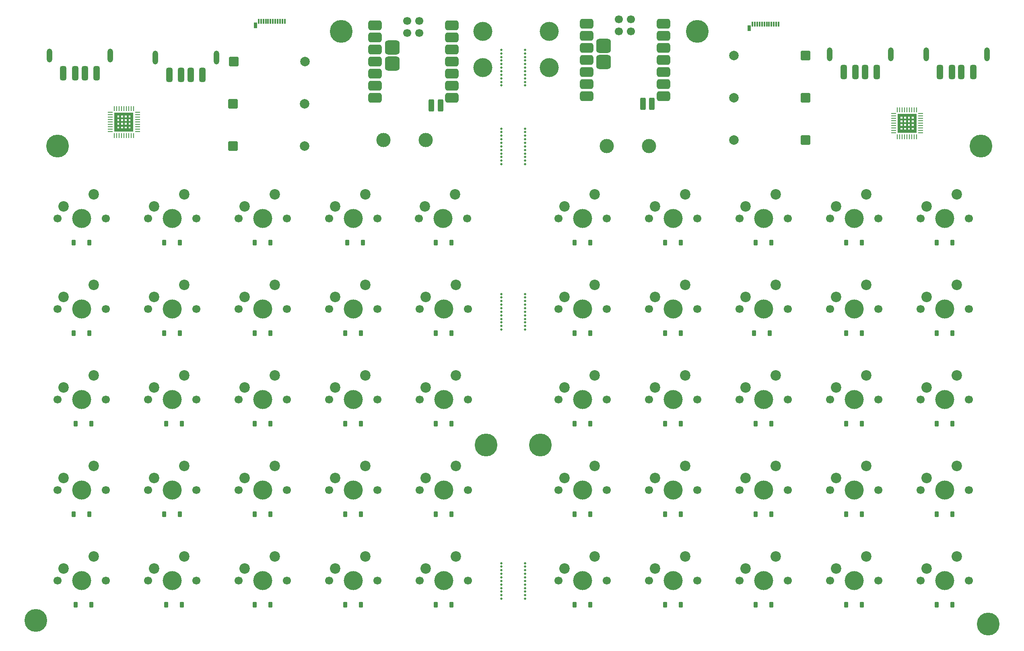
<source format=gbr>
%TF.GenerationSoftware,KiCad,Pcbnew,9.0.2*%
%TF.CreationDate,2025-10-08T19:34:12-05:00*%
%TF.ProjectId,keeb,6b656562-2e6b-4696-9361-645f70636258,rev?*%
%TF.SameCoordinates,Original*%
%TF.FileFunction,Soldermask,Top*%
%TF.FilePolarity,Negative*%
%FSLAX46Y46*%
G04 Gerber Fmt 4.6, Leading zero omitted, Abs format (unit mm)*
G04 Created by KiCad (PCBNEW 9.0.2) date 2025-10-08 19:34:12*
%MOMM*%
%LPD*%
G01*
G04 APERTURE LIST*
G04 Aperture macros list*
%AMRoundRect*
0 Rectangle with rounded corners*
0 $1 Rounding radius*
0 $2 $3 $4 $5 $6 $7 $8 $9 X,Y pos of 4 corners*
0 Add a 4 corners polygon primitive as box body*
4,1,4,$2,$3,$4,$5,$6,$7,$8,$9,$2,$3,0*
0 Add four circle primitives for the rounded corners*
1,1,$1+$1,$2,$3*
1,1,$1+$1,$4,$5*
1,1,$1+$1,$6,$7*
1,1,$1+$1,$8,$9*
0 Add four rect primitives between the rounded corners*
20,1,$1+$1,$2,$3,$4,$5,0*
20,1,$1+$1,$4,$5,$6,$7,0*
20,1,$1+$1,$6,$7,$8,$9,0*
20,1,$1+$1,$8,$9,$2,$3,0*%
G04 Aperture macros list end*
%ADD10C,0.000000*%
%ADD11R,1.066800X0.254000*%
%ADD12R,0.254000X1.066800*%
%ADD13C,1.700000*%
%ADD14C,4.000000*%
%ADD15C,2.200000*%
%ADD16C,3.000000*%
%ADD17RoundRect,0.225000X-0.225000X-0.375000X0.225000X-0.375000X0.225000X0.375000X-0.225000X0.375000X0*%
%ADD18C,4.800000*%
%ADD19RoundRect,0.325000X0.325000X1.175000X-0.325000X1.175000X-0.325000X-1.175000X0.325000X-1.175000X0*%
%ADD20O,1.200000X2.900000*%
%ADD21RoundRect,0.250000X0.750000X0.750000X-0.750000X0.750000X-0.750000X-0.750000X0.750000X-0.750000X0*%
%ADD22C,2.000000*%
%ADD23RoundRect,0.250000X-0.750000X-0.750000X0.750000X-0.750000X0.750000X0.750000X-0.750000X0.750000X0*%
%ADD24C,0.500000*%
%ADD25RoundRect,0.525400X-0.900400X-0.525400X0.900400X-0.525400X0.900400X0.525400X-0.900400X0.525400X0*%
%ADD26RoundRect,0.775400X0.775400X0.775400X-0.775400X0.775400X-0.775400X-0.775400X0.775400X-0.775400X0*%
%ADD27RoundRect,0.300400X-0.300400X1.000400X-0.300400X-1.000400X0.300400X-1.000400X0.300400X1.000400X0*%
%ADD28R,0.380000X1.000000*%
%ADD29R,0.700000X1.150000*%
G04 APERTURE END LIST*
D10*
%TO.C,U4*%
G36*
X55768900Y-54063900D02*
G01*
X55156100Y-54063900D01*
X55156100Y-50076100D01*
X55768900Y-50076100D01*
X55768900Y-54063900D01*
G37*
G36*
X59143900Y-50688900D02*
G01*
X55156100Y-50688900D01*
X55156100Y-50076100D01*
X59143900Y-50076100D01*
X59143900Y-50688900D01*
G37*
G36*
X59143900Y-51476300D02*
G01*
X55156100Y-51476300D01*
X55156100Y-51088900D01*
X59143900Y-51088900D01*
X59143900Y-51476300D01*
G37*
G36*
X59143900Y-52263700D02*
G01*
X55156100Y-52263700D01*
X55156100Y-51876300D01*
X59143900Y-51876300D01*
X59143900Y-52263700D01*
G37*
G36*
X59143900Y-53051100D02*
G01*
X55156100Y-53051100D01*
X55156100Y-52663700D01*
X59143900Y-52663700D01*
X59143900Y-53051100D01*
G37*
G36*
X59143900Y-54063900D02*
G01*
X55156100Y-54063900D01*
X55156100Y-53451100D01*
X59143900Y-53451100D01*
X59143900Y-54063900D01*
G37*
G36*
X56556300Y-54063900D02*
G01*
X56168900Y-54063900D01*
X56168900Y-50076100D01*
X56556300Y-50076100D01*
X56556300Y-54063900D01*
G37*
G36*
X57343700Y-54063900D02*
G01*
X56956300Y-54063900D01*
X56956300Y-50076100D01*
X57343700Y-50076100D01*
X57343700Y-54063900D01*
G37*
G36*
X58131100Y-54063900D02*
G01*
X57743700Y-54063900D01*
X57743700Y-50076100D01*
X58131100Y-50076100D01*
X58131100Y-54063900D01*
G37*
G36*
X59143900Y-54063900D02*
G01*
X58531100Y-54063900D01*
X58531100Y-50076100D01*
X59143900Y-50076100D01*
X59143900Y-54063900D01*
G37*
%TO.C,U3*%
G36*
X220564100Y-54317900D02*
G01*
X219951300Y-54317900D01*
X219951300Y-50330100D01*
X220564100Y-50330100D01*
X220564100Y-54317900D01*
G37*
G36*
X223939100Y-50942900D02*
G01*
X219951300Y-50942900D01*
X219951300Y-50330100D01*
X223939100Y-50330100D01*
X223939100Y-50942900D01*
G37*
G36*
X223939100Y-51730300D02*
G01*
X219951300Y-51730300D01*
X219951300Y-51342900D01*
X223939100Y-51342900D01*
X223939100Y-51730300D01*
G37*
G36*
X223939100Y-52517700D02*
G01*
X219951300Y-52517700D01*
X219951300Y-52130300D01*
X223939100Y-52130300D01*
X223939100Y-52517700D01*
G37*
G36*
X223939100Y-53305100D02*
G01*
X219951300Y-53305100D01*
X219951300Y-52917700D01*
X223939100Y-52917700D01*
X223939100Y-53305100D01*
G37*
G36*
X223939100Y-54317900D02*
G01*
X219951300Y-54317900D01*
X219951300Y-53705100D01*
X223939100Y-53705100D01*
X223939100Y-54317900D01*
G37*
G36*
X221351500Y-54317900D02*
G01*
X220964100Y-54317900D01*
X220964100Y-50330100D01*
X221351500Y-50330100D01*
X221351500Y-54317900D01*
G37*
G36*
X222138900Y-54317900D02*
G01*
X221751500Y-54317900D01*
X221751500Y-50330100D01*
X222138900Y-50330100D01*
X222138900Y-54317900D01*
G37*
G36*
X222926300Y-54317900D02*
G01*
X222538900Y-54317900D01*
X222538900Y-50330100D01*
X222926300Y-50330100D01*
X222926300Y-54317900D01*
G37*
G36*
X223939100Y-54317900D02*
G01*
X223326300Y-54317900D01*
X223326300Y-50330100D01*
X223939100Y-50330100D01*
X223939100Y-54317900D01*
G37*
%TD*%
D11*
%TO.C,U4*%
X54305200Y-50038000D03*
X54305200Y-50546000D03*
X54305200Y-51054000D03*
X54305200Y-51562000D03*
X54305200Y-52070000D03*
X54305200Y-52578000D03*
X54305200Y-53086000D03*
X54305200Y-53594000D03*
X54305200Y-54102000D03*
D12*
X55118000Y-54914800D03*
X55626000Y-54914800D03*
X56134000Y-54914800D03*
X56642000Y-54914800D03*
X57150000Y-54914800D03*
X57658000Y-54914800D03*
X58166000Y-54914800D03*
X58674000Y-54914800D03*
X59182000Y-54914800D03*
D11*
X59994800Y-54102000D03*
X59994800Y-53594000D03*
X59994800Y-53086000D03*
X59994800Y-52578000D03*
X59994800Y-52070000D03*
X59994800Y-51562000D03*
X59994800Y-51054000D03*
X59994800Y-50546000D03*
X59994800Y-50038000D03*
D12*
X59182000Y-49225200D03*
X58674000Y-49225200D03*
X58166000Y-49225200D03*
X57658000Y-49225200D03*
X57150000Y-49225200D03*
X56642000Y-49225200D03*
X56134000Y-49225200D03*
X55626000Y-49225200D03*
X55118000Y-49225200D03*
%TD*%
D13*
%TO.C,SW43*%
X224790000Y-91440000D03*
D14*
X229870000Y-91440000D03*
D13*
X234950000Y-91440000D03*
D15*
X232410000Y-86360000D03*
X226060000Y-88900000D03*
%TD*%
D13*
%TO.C,SW17*%
X167640000Y-129540000D03*
D14*
X172720000Y-129540000D03*
D13*
X177800000Y-129540000D03*
D15*
X175260000Y-124460000D03*
X168910000Y-127000000D03*
%TD*%
D13*
%TO.C,SW28*%
X81280000Y-129540000D03*
D14*
X86360000Y-129540000D03*
D13*
X91440000Y-129540000D03*
D15*
X88900000Y-124460000D03*
X82550000Y-127000000D03*
%TD*%
D13*
%TO.C,SW33*%
X205740000Y-91440000D03*
D14*
X210820000Y-91440000D03*
D13*
X215900000Y-91440000D03*
D15*
X213360000Y-86360000D03*
X207010000Y-88900000D03*
%TD*%
D16*
%TO.C,TP2*%
X120650000Y-55880000D03*
%TD*%
D13*
%TO.C,SW46*%
X119380000Y-110490000D03*
D14*
X124460000Y-110490000D03*
D13*
X129540000Y-110490000D03*
D15*
X127000000Y-105410000D03*
X120650000Y-107950000D03*
%TD*%
D14*
%TO.C,TP8*%
X132715000Y-40640000D03*
%TD*%
D17*
%TO.C,D26*%
X84710000Y-115570000D03*
X88010000Y-115570000D03*
%TD*%
D13*
%TO.C,SW2*%
X43180000Y-72390000D03*
D14*
X48260000Y-72390000D03*
D13*
X53340000Y-72390000D03*
D15*
X50800000Y-67310000D03*
X44450000Y-69850000D03*
%TD*%
D17*
%TO.C,D7*%
X152020000Y-134620000D03*
X155320000Y-134620000D03*
%TD*%
%TO.C,D19*%
X171070000Y-153670000D03*
X174370000Y-153670000D03*
%TD*%
D13*
%TO.C,SW36*%
X100330000Y-110490000D03*
D14*
X105410000Y-110490000D03*
D13*
X110490000Y-110490000D03*
D15*
X107950000Y-105410000D03*
X101600000Y-107950000D03*
%TD*%
D17*
%TO.C,D27*%
X190120000Y-134620000D03*
X193420000Y-134620000D03*
%TD*%
D13*
%TO.C,SW13*%
X167640000Y-91440000D03*
D14*
X172720000Y-91440000D03*
D13*
X177800000Y-91440000D03*
D15*
X175260000Y-86360000D03*
X168910000Y-88900000D03*
%TD*%
D17*
%TO.C,D22*%
X84710000Y-77470000D03*
X88010000Y-77470000D03*
%TD*%
%TO.C,D31*%
X209170000Y-77470000D03*
X212470000Y-77470000D03*
%TD*%
%TO.C,D18*%
X65660000Y-134620000D03*
X68960000Y-134620000D03*
%TD*%
D18*
%TO.C,H2*%
X102870000Y-33020000D03*
%TD*%
D17*
%TO.C,D46*%
X122810000Y-115570000D03*
X126110000Y-115570000D03*
%TD*%
D19*
%TO.C,J2*%
X51400000Y-41800000D03*
X48900000Y-41800000D03*
X46900000Y-41800000D03*
X44400000Y-41800000D03*
D20*
X54300000Y-38100000D03*
X41500000Y-38100000D03*
%TD*%
D17*
%TO.C,D50*%
X122810000Y-153670000D03*
X126110000Y-153670000D03*
%TD*%
%TO.C,D34*%
X103760000Y-96520000D03*
X107060000Y-96520000D03*
%TD*%
D18*
%TO.C,H3*%
X237490000Y-57150000D03*
%TD*%
D21*
%TO.C,C3*%
X200540000Y-46990000D03*
D22*
X185540000Y-46990000D03*
%TD*%
D17*
%TO.C,D5*%
X152020000Y-115570000D03*
X155320000Y-115570000D03*
%TD*%
D14*
%TO.C,TP7*%
X146685000Y-40640000D03*
%TD*%
D16*
%TO.C,TP3*%
X167640000Y-57150000D03*
%TD*%
D17*
%TO.C,D10*%
X46990000Y-153670000D03*
X50290000Y-153670000D03*
%TD*%
D18*
%TO.C,H8*%
X38608000Y-156972000D03*
%TD*%
D17*
%TO.C,D9*%
X152020000Y-153670000D03*
X155320000Y-153670000D03*
%TD*%
%TO.C,D49*%
X228220000Y-153670000D03*
X231520000Y-153670000D03*
%TD*%
%TO.C,D41*%
X228220000Y-77470000D03*
X231520000Y-77470000D03*
%TD*%
%TO.C,D40*%
X103760000Y-153670000D03*
X107060000Y-153670000D03*
%TD*%
D13*
%TO.C,SW44*%
X119380000Y-91440000D03*
D14*
X124460000Y-91440000D03*
D13*
X129540000Y-91440000D03*
D15*
X127000000Y-86360000D03*
X120650000Y-88900000D03*
%TD*%
D17*
%TO.C,D33*%
X209170000Y-96520000D03*
X212470000Y-96520000D03*
%TD*%
D13*
%TO.C,SW47*%
X224790000Y-129540000D03*
D14*
X229870000Y-129540000D03*
D13*
X234950000Y-129540000D03*
D15*
X232410000Y-124460000D03*
X226060000Y-127000000D03*
%TD*%
D18*
%TO.C,H1*%
X177800000Y-33020000D03*
%TD*%
D13*
%TO.C,SW18*%
X62230000Y-129540000D03*
D14*
X67310000Y-129540000D03*
D13*
X72390000Y-129540000D03*
D15*
X69850000Y-124460000D03*
X63500000Y-127000000D03*
%TD*%
D13*
%TO.C,SW32*%
X100330000Y-72390000D03*
D14*
X105410000Y-72390000D03*
D13*
X110490000Y-72390000D03*
D15*
X107950000Y-67310000D03*
X101600000Y-69850000D03*
%TD*%
D17*
%TO.C,D11*%
X171070000Y-77470000D03*
X174370000Y-77470000D03*
%TD*%
%TO.C,D13*%
X171070000Y-96520000D03*
X174370000Y-96520000D03*
%TD*%
D23*
%TO.C,C2*%
X80130000Y-48260000D03*
D22*
X95130000Y-48260000D03*
%TD*%
D13*
%TO.C,SW5*%
X148590000Y-110490000D03*
D14*
X153670000Y-110490000D03*
D13*
X158750000Y-110490000D03*
D15*
X156210000Y-105410000D03*
X149860000Y-107950000D03*
%TD*%
D17*
%TO.C,D37*%
X209170000Y-134620000D03*
X212470000Y-134620000D03*
%TD*%
%TO.C,D23*%
X189740000Y-96520000D03*
X193040000Y-96520000D03*
%TD*%
D13*
%TO.C,SW26*%
X81280000Y-110490000D03*
D14*
X86360000Y-110490000D03*
D13*
X91440000Y-110490000D03*
D15*
X88900000Y-105410000D03*
X82550000Y-107950000D03*
%TD*%
D16*
%TO.C,TP4*%
X111760000Y-55880000D03*
%TD*%
D24*
%TO.C,H10*%
X136605000Y-152400000D03*
X141605000Y-152400000D03*
X136605000Y-151650000D03*
X136605000Y-151650000D03*
X141605000Y-151650000D03*
X141605000Y-151650000D03*
X136605000Y-150900000D03*
X141605000Y-150900000D03*
X136605000Y-150150000D03*
X141605000Y-150150000D03*
X136605000Y-149400000D03*
X141605000Y-149400000D03*
X136605000Y-148650000D03*
X141605000Y-148650000D03*
X136605000Y-147900000D03*
X141605000Y-147900000D03*
X136605000Y-147150000D03*
X141605000Y-147150000D03*
X136605000Y-146400000D03*
X141605000Y-146400000D03*
X136605000Y-145650000D03*
X141605000Y-145650000D03*
X136605000Y-144900000D03*
X141605000Y-144900000D03*
%TD*%
D17*
%TO.C,D25*%
X190120000Y-115570000D03*
X193420000Y-115570000D03*
%TD*%
D18*
%TO.C,H7*%
X144780000Y-120015000D03*
%TD*%
D13*
%TO.C,SW37*%
X205740000Y-129540000D03*
D14*
X210820000Y-129540000D03*
D13*
X215900000Y-129540000D03*
D15*
X213360000Y-124460000D03*
X207010000Y-127000000D03*
%TD*%
D17*
%TO.C,D20*%
X66040000Y-153670000D03*
X69340000Y-153670000D03*
%TD*%
D25*
%TO.C,U1*%
X154505000Y-31428500D03*
X154505000Y-33968500D03*
X154505000Y-36508500D03*
X154505000Y-39048500D03*
X154505000Y-41588500D03*
X154505000Y-44128500D03*
X154505000Y-46668500D03*
X170670000Y-46668500D03*
X170670000Y-44128500D03*
X170670000Y-41588500D03*
X170670000Y-39048500D03*
X170670000Y-36508500D03*
X170670000Y-33968500D03*
X170670000Y-31428500D03*
D26*
X158115000Y-39448500D03*
X158115000Y-36048500D03*
D27*
X166370000Y-48285400D03*
X168275000Y-48285400D03*
D13*
X161290000Y-30480000D03*
X163830000Y-30480000D03*
X161290000Y-33020000D03*
X163830000Y-33020000D03*
%TD*%
D17*
%TO.C,D36*%
X103760000Y-115570000D03*
X107060000Y-115570000D03*
%TD*%
D13*
%TO.C,SW50*%
X119380000Y-148590000D03*
D14*
X124460000Y-148590000D03*
D13*
X129540000Y-148590000D03*
D15*
X127000000Y-143510000D03*
X120650000Y-146050000D03*
%TD*%
D18*
%TO.C,H5*%
X239014000Y-157734000D03*
%TD*%
D17*
%TO.C,D4*%
X46610000Y-96520000D03*
X49910000Y-96520000D03*
%TD*%
D13*
%TO.C,SW20*%
X62230000Y-148590000D03*
D14*
X67310000Y-148590000D03*
D13*
X72390000Y-148590000D03*
D15*
X69850000Y-143510000D03*
X63500000Y-146050000D03*
%TD*%
D13*
%TO.C,SW3*%
X148590000Y-91440000D03*
D14*
X153670000Y-91440000D03*
D13*
X158750000Y-91440000D03*
D15*
X156210000Y-86360000D03*
X149860000Y-88900000D03*
%TD*%
D14*
%TO.C,TP5*%
X146685000Y-33020000D03*
%TD*%
D21*
%TO.C,C5*%
X200540000Y-55880000D03*
D22*
X185540000Y-55880000D03*
%TD*%
D17*
%TO.C,D48*%
X122810000Y-134620000D03*
X126110000Y-134620000D03*
%TD*%
%TO.C,D16*%
X66040000Y-115570000D03*
X69340000Y-115570000D03*
%TD*%
D13*
%TO.C,SW31*%
X205740000Y-72390000D03*
D14*
X210820000Y-72390000D03*
D13*
X215900000Y-72390000D03*
D15*
X213360000Y-67310000D03*
X207010000Y-69850000D03*
%TD*%
D13*
%TO.C,SW11*%
X167640000Y-72390000D03*
D14*
X172720000Y-72390000D03*
D13*
X177800000Y-72390000D03*
D15*
X175260000Y-67310000D03*
X168910000Y-69850000D03*
%TD*%
D11*
%TO.C,U3*%
X219100400Y-50292000D03*
X219100400Y-50800000D03*
X219100400Y-51308000D03*
X219100400Y-51816000D03*
X219100400Y-52324000D03*
X219100400Y-52832000D03*
X219100400Y-53340000D03*
X219100400Y-53848000D03*
X219100400Y-54356000D03*
D12*
X219913200Y-55168800D03*
X220421200Y-55168800D03*
X220929200Y-55168800D03*
X221437200Y-55168800D03*
X221945200Y-55168800D03*
X222453200Y-55168800D03*
X222961200Y-55168800D03*
X223469200Y-55168800D03*
X223977200Y-55168800D03*
D11*
X224790000Y-54356000D03*
X224790000Y-53848000D03*
X224790000Y-53340000D03*
X224790000Y-52832000D03*
X224790000Y-52324000D03*
X224790000Y-51816000D03*
X224790000Y-51308000D03*
X224790000Y-50800000D03*
X224790000Y-50292000D03*
D12*
X223977200Y-49479200D03*
X223469200Y-49479200D03*
X222961200Y-49479200D03*
X222453200Y-49479200D03*
X221945200Y-49479200D03*
X221437200Y-49479200D03*
X220929200Y-49479200D03*
X220421200Y-49479200D03*
X219913200Y-49479200D03*
%TD*%
D13*
%TO.C,SW38*%
X100330000Y-129540000D03*
D14*
X105410000Y-129540000D03*
D13*
X110490000Y-129540000D03*
D15*
X107950000Y-124460000D03*
X101600000Y-127000000D03*
%TD*%
D17*
%TO.C,D32*%
X104140000Y-77470000D03*
X107440000Y-77470000D03*
%TD*%
D21*
%TO.C,C1*%
X200540000Y-38100000D03*
D22*
X185540000Y-38100000D03*
%TD*%
D17*
%TO.C,D39*%
X209170000Y-153670000D03*
X212470000Y-153670000D03*
%TD*%
%TO.C,D17*%
X171070000Y-134620000D03*
X174370000Y-134620000D03*
%TD*%
D13*
%TO.C,SW35*%
X205740000Y-110490000D03*
D14*
X210820000Y-110490000D03*
D13*
X215900000Y-110490000D03*
D15*
X213360000Y-105410000D03*
X207010000Y-107950000D03*
%TD*%
D25*
%TO.C,U2*%
X110000000Y-31750000D03*
X110000000Y-34290000D03*
X110000000Y-36830000D03*
X110000000Y-39370000D03*
X110000000Y-41910000D03*
X110000000Y-44450000D03*
X110000000Y-46990000D03*
X126165000Y-46990000D03*
X126165000Y-44450000D03*
X126165000Y-41910000D03*
X126165000Y-39370000D03*
X126165000Y-36830000D03*
X126165000Y-34290000D03*
X126165000Y-31750000D03*
D26*
X113610000Y-39770000D03*
X113610000Y-36370000D03*
D27*
X121865000Y-48606900D03*
X123770000Y-48606900D03*
D13*
X116785000Y-30801500D03*
X119325000Y-30801500D03*
X116785000Y-33341500D03*
X119325000Y-33341500D03*
%TD*%
D24*
%TO.C,H12*%
X136605000Y-44390000D03*
X141605000Y-44390000D03*
X136605000Y-43640000D03*
X136605000Y-43640000D03*
X141605000Y-43640000D03*
X141605000Y-43640000D03*
X136605000Y-42890000D03*
X141605000Y-42890000D03*
X136605000Y-42140000D03*
X141605000Y-42140000D03*
X136605000Y-41390000D03*
X141605000Y-41390000D03*
X136605000Y-40640000D03*
X141605000Y-40640000D03*
X136605000Y-39890000D03*
X141605000Y-39890000D03*
X136605000Y-39140000D03*
X141605000Y-39140000D03*
X136605000Y-38390000D03*
X141605000Y-38390000D03*
X136605000Y-37640000D03*
X141605000Y-37640000D03*
X136605000Y-36890000D03*
X141605000Y-36890000D03*
%TD*%
D17*
%TO.C,D6*%
X46990000Y-115570000D03*
X50290000Y-115570000D03*
%TD*%
%TO.C,D2*%
X46610000Y-77470000D03*
X49910000Y-77470000D03*
%TD*%
D13*
%TO.C,SW10*%
X43180000Y-148590000D03*
D14*
X48260000Y-148590000D03*
D13*
X53340000Y-148590000D03*
D15*
X50800000Y-143510000D03*
X44450000Y-146050000D03*
%TD*%
D13*
%TO.C,SW4*%
X43180000Y-91440000D03*
D14*
X48260000Y-91440000D03*
D13*
X53340000Y-91440000D03*
D15*
X50800000Y-86360000D03*
X44450000Y-88900000D03*
%TD*%
D13*
%TO.C,SW48*%
X119380000Y-129540000D03*
D14*
X124460000Y-129540000D03*
D13*
X129540000Y-129540000D03*
D15*
X127000000Y-124460000D03*
X120650000Y-127000000D03*
%TD*%
D18*
%TO.C,H6*%
X133350000Y-120015000D03*
%TD*%
D13*
%TO.C,SW9*%
X148590000Y-148590000D03*
D14*
X153670000Y-148590000D03*
D13*
X158750000Y-148590000D03*
D15*
X156210000Y-143510000D03*
X149860000Y-146050000D03*
%TD*%
D13*
%TO.C,SW29*%
X186690000Y-148590000D03*
D14*
X191770000Y-148590000D03*
D13*
X196850000Y-148590000D03*
D15*
X194310000Y-143510000D03*
X187960000Y-146050000D03*
%TD*%
D23*
%TO.C,C4*%
X80250000Y-39370000D03*
D22*
X95250000Y-39370000D03*
%TD*%
D17*
%TO.C,D45*%
X228220000Y-115570000D03*
X231520000Y-115570000D03*
%TD*%
D13*
%TO.C,SW27*%
X186690000Y-129540000D03*
D14*
X191770000Y-129540000D03*
D13*
X196850000Y-129540000D03*
D15*
X194310000Y-124460000D03*
X187960000Y-127000000D03*
%TD*%
D28*
%TO.C,P2*%
X85506000Y-30910000D03*
X86006000Y-30910000D03*
X86506000Y-30910000D03*
X87006000Y-30910000D03*
X87506000Y-30910000D03*
X88006000Y-30910000D03*
X88506000Y-30910000D03*
X89006000Y-30910000D03*
X89506000Y-30910000D03*
X90006000Y-30910000D03*
X90506000Y-30910000D03*
X91006000Y-30910000D03*
D29*
X84836000Y-31750000D03*
%TD*%
D13*
%TO.C,SW8*%
X43180000Y-129540000D03*
D14*
X48260000Y-129540000D03*
D13*
X53340000Y-129540000D03*
D15*
X50800000Y-124460000D03*
X44450000Y-127000000D03*
%TD*%
D13*
%TO.C,SW39*%
X205740000Y-148590000D03*
D14*
X210820000Y-148590000D03*
D13*
X215900000Y-148590000D03*
D15*
X213360000Y-143510000D03*
X207010000Y-146050000D03*
%TD*%
D13*
%TO.C,SW24*%
X81280000Y-91440000D03*
D14*
X86360000Y-91440000D03*
D13*
X91440000Y-91440000D03*
D15*
X88900000Y-86360000D03*
X82550000Y-88900000D03*
%TD*%
D17*
%TO.C,D24*%
X84710000Y-96520000D03*
X88010000Y-96520000D03*
%TD*%
%TO.C,D28*%
X84710000Y-134620000D03*
X88010000Y-134620000D03*
%TD*%
D19*
%TO.C,J3*%
X215590000Y-41540000D03*
X213090000Y-41540000D03*
X211090000Y-41540000D03*
X208590000Y-41540000D03*
D20*
X218490000Y-37840000D03*
X205690000Y-37840000D03*
%TD*%
D17*
%TO.C,D44*%
X122810000Y-96520000D03*
X126110000Y-96520000D03*
%TD*%
D13*
%TO.C,SW30*%
X81280000Y-148590000D03*
D14*
X86360000Y-148590000D03*
D13*
X91440000Y-148590000D03*
D15*
X88900000Y-143510000D03*
X82550000Y-146050000D03*
%TD*%
D13*
%TO.C,SW34*%
X100330000Y-91440000D03*
D14*
X105410000Y-91440000D03*
D13*
X110490000Y-91440000D03*
D15*
X107950000Y-86360000D03*
X101600000Y-88900000D03*
%TD*%
D17*
%TO.C,D43*%
X228220000Y-96520000D03*
X231520000Y-96520000D03*
%TD*%
D13*
%TO.C,SW49*%
X224790000Y-148590000D03*
D14*
X229870000Y-148590000D03*
D13*
X234950000Y-148590000D03*
D15*
X232410000Y-143510000D03*
X226060000Y-146050000D03*
%TD*%
D13*
%TO.C,SW40*%
X100330000Y-148590000D03*
D14*
X105410000Y-148590000D03*
D13*
X110490000Y-148590000D03*
D15*
X107950000Y-143510000D03*
X101600000Y-146050000D03*
%TD*%
D17*
%TO.C,D21*%
X190120000Y-77470000D03*
X193420000Y-77470000D03*
%TD*%
D13*
%TO.C,SW21*%
X186690000Y-72390000D03*
D14*
X191770000Y-72390000D03*
D13*
X196850000Y-72390000D03*
D15*
X194310000Y-67310000D03*
X187960000Y-69850000D03*
%TD*%
D18*
%TO.C,H4*%
X43180000Y-57150000D03*
%TD*%
D17*
%TO.C,D38*%
X103760000Y-134620000D03*
X107060000Y-134620000D03*
%TD*%
%TO.C,D12*%
X65660000Y-77470000D03*
X68960000Y-77470000D03*
%TD*%
D13*
%TO.C,SW19*%
X167640000Y-148590000D03*
D14*
X172720000Y-148590000D03*
D13*
X177800000Y-148590000D03*
D15*
X175260000Y-143510000D03*
X168910000Y-146050000D03*
%TD*%
D17*
%TO.C,D30*%
X84710000Y-153670000D03*
X88010000Y-153670000D03*
%TD*%
D24*
%TO.C,H9*%
X136605000Y-95765000D03*
X141605000Y-95765000D03*
X136605000Y-95015000D03*
X136605000Y-95015000D03*
X141605000Y-95015000D03*
X141605000Y-95015000D03*
X136605000Y-94265000D03*
X141605000Y-94265000D03*
X136605000Y-93515000D03*
X141605000Y-93515000D03*
X136605000Y-92765000D03*
X141605000Y-92765000D03*
X136605000Y-92015000D03*
X141605000Y-92015000D03*
X136605000Y-91265000D03*
X141605000Y-91265000D03*
X136605000Y-90515000D03*
X141605000Y-90515000D03*
X136605000Y-89765000D03*
X141605000Y-89765000D03*
X136605000Y-89015000D03*
X141605000Y-89015000D03*
X136605000Y-88265000D03*
X141605000Y-88265000D03*
%TD*%
D19*
%TO.C,J1*%
X235860000Y-41540000D03*
X233360000Y-41540000D03*
X231360000Y-41540000D03*
X228860000Y-41540000D03*
D20*
X238760000Y-37840000D03*
X225960000Y-37840000D03*
%TD*%
D17*
%TO.C,D29*%
X190120000Y-153670000D03*
X193420000Y-153670000D03*
%TD*%
D13*
%TO.C,SW41*%
X224790000Y-72390000D03*
D14*
X229870000Y-72390000D03*
D13*
X234950000Y-72390000D03*
D15*
X232410000Y-67310000D03*
X226060000Y-69850000D03*
%TD*%
D13*
%TO.C,SW42*%
X119230000Y-72390000D03*
D14*
X124310000Y-72390000D03*
D13*
X129390000Y-72390000D03*
D15*
X126850000Y-67310000D03*
X120500000Y-69850000D03*
%TD*%
D13*
%TO.C,SW7*%
X148590000Y-129540000D03*
D14*
X153670000Y-129540000D03*
D13*
X158750000Y-129540000D03*
D15*
X156210000Y-124460000D03*
X149860000Y-127000000D03*
%TD*%
D13*
%TO.C,SW22*%
X81280000Y-72390000D03*
D14*
X86360000Y-72390000D03*
D13*
X91440000Y-72390000D03*
D15*
X88900000Y-67310000D03*
X82550000Y-69850000D03*
%TD*%
D23*
%TO.C,C6*%
X80130000Y-57150000D03*
D22*
X95130000Y-57150000D03*
%TD*%
D17*
%TO.C,D15*%
X171070000Y-115570000D03*
X174370000Y-115570000D03*
%TD*%
D24*
%TO.C,H14*%
X136605000Y-60960000D03*
X141605000Y-60960000D03*
X136605000Y-60210000D03*
X136605000Y-60210000D03*
X141605000Y-60210000D03*
X141605000Y-60210000D03*
X136605000Y-59460000D03*
X141605000Y-59460000D03*
X136605000Y-58710000D03*
X141605000Y-58710000D03*
X136605000Y-57960000D03*
X141605000Y-57960000D03*
X136605000Y-57210000D03*
X141605000Y-57210000D03*
X136605000Y-56460000D03*
X141605000Y-56460000D03*
X136605000Y-55710000D03*
X141605000Y-55710000D03*
X136605000Y-54960000D03*
X141605000Y-54960000D03*
X136605000Y-54210000D03*
X141605000Y-54210000D03*
X136605000Y-53460000D03*
X141605000Y-53460000D03*
%TD*%
D17*
%TO.C,D1*%
X152020000Y-77470000D03*
X155320000Y-77470000D03*
%TD*%
D13*
%TO.C,SW12*%
X62230000Y-72390000D03*
D14*
X67310000Y-72390000D03*
D13*
X72390000Y-72390000D03*
D15*
X69850000Y-67310000D03*
X63500000Y-69850000D03*
%TD*%
D17*
%TO.C,D47*%
X228220000Y-134620000D03*
X231520000Y-134620000D03*
%TD*%
D19*
%TO.C,J4*%
X73700000Y-42175000D03*
X71200000Y-42175000D03*
X69200000Y-42175000D03*
X66700000Y-42175000D03*
D20*
X76600000Y-38475000D03*
X63800000Y-38475000D03*
%TD*%
D13*
%TO.C,SW14*%
X62230000Y-91440000D03*
D14*
X67310000Y-91440000D03*
D13*
X72390000Y-91440000D03*
D15*
X69850000Y-86360000D03*
X63500000Y-88900000D03*
%TD*%
D28*
%TO.C,P1*%
X189410000Y-31496000D03*
X189910000Y-31496000D03*
X190410000Y-31496000D03*
X190910000Y-31496000D03*
X191410000Y-31496000D03*
X191910000Y-31496000D03*
X192410000Y-31496000D03*
X192910000Y-31496000D03*
X193410000Y-31496000D03*
X193910000Y-31496000D03*
X194410000Y-31496000D03*
X194910000Y-31496000D03*
D29*
X188740000Y-32336000D03*
%TD*%
D14*
%TO.C,TP6*%
X132715000Y-33020000D03*
%TD*%
D16*
%TO.C,TP1*%
X158750000Y-57150000D03*
%TD*%
D13*
%TO.C,SW23*%
X186690000Y-91440000D03*
D14*
X191770000Y-91440000D03*
D13*
X196850000Y-91440000D03*
D15*
X194310000Y-86360000D03*
X187960000Y-88900000D03*
%TD*%
D13*
%TO.C,SW16*%
X62230000Y-110490000D03*
D14*
X67310000Y-110490000D03*
D13*
X72390000Y-110490000D03*
D15*
X69850000Y-105410000D03*
X63500000Y-107950000D03*
%TD*%
D17*
%TO.C,D8*%
X46610000Y-134620000D03*
X49910000Y-134620000D03*
%TD*%
D13*
%TO.C,SW6*%
X43180000Y-110490000D03*
D14*
X48260000Y-110490000D03*
D13*
X53340000Y-110490000D03*
D15*
X50800000Y-105410000D03*
X44450000Y-107950000D03*
%TD*%
D13*
%TO.C,SW15*%
X167640000Y-110490000D03*
D14*
X172720000Y-110490000D03*
D13*
X177800000Y-110490000D03*
D15*
X175260000Y-105410000D03*
X168910000Y-107950000D03*
%TD*%
D17*
%TO.C,D35*%
X209170000Y-115570000D03*
X212470000Y-115570000D03*
%TD*%
%TO.C,D3*%
X152020000Y-96520000D03*
X155320000Y-96520000D03*
%TD*%
D13*
%TO.C,SW1*%
X148590000Y-72390000D03*
D14*
X153670000Y-72390000D03*
D13*
X158750000Y-72390000D03*
D15*
X156210000Y-67310000D03*
X149860000Y-69850000D03*
%TD*%
D17*
%TO.C,D42*%
X122810000Y-77470000D03*
X126110000Y-77470000D03*
%TD*%
%TO.C,D14*%
X65660000Y-96520000D03*
X68960000Y-96520000D03*
%TD*%
D13*
%TO.C,SW45*%
X224790000Y-110490000D03*
D14*
X229870000Y-110490000D03*
D13*
X234950000Y-110490000D03*
D15*
X232410000Y-105410000D03*
X226060000Y-107950000D03*
%TD*%
D13*
%TO.C,SW25*%
X186690000Y-110490000D03*
D14*
X191770000Y-110490000D03*
D13*
X196850000Y-110490000D03*
D15*
X194310000Y-105410000D03*
X187960000Y-107950000D03*
%TD*%
M02*

</source>
